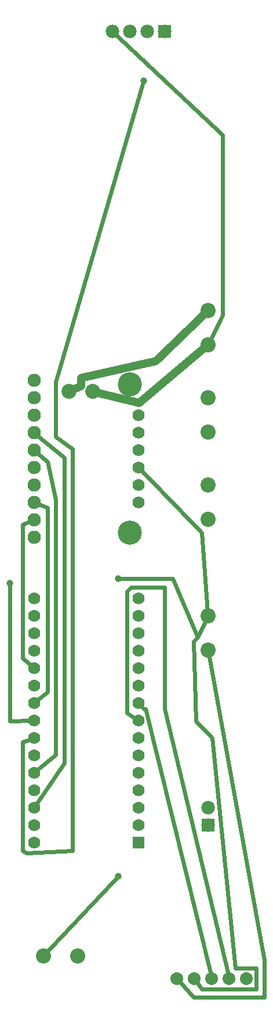
<source format=gbl>
G04 MADE WITH FRITZING*
G04 WWW.FRITZING.ORG*
G04 DOUBLE SIDED*
G04 HOLES PLATED*
G04 CONTOUR ON CENTER OF CONTOUR VECTOR*
%ASAXBY*%
%FSLAX23Y23*%
%MOIN*%
%OFA0B0*%
%SFA1.0B1.0*%
%ADD10C,0.070000*%
%ADD11C,0.138425*%
%ADD12C,0.086000*%
%ADD13C,0.076000*%
%ADD14C,0.073379*%
%ADD15C,0.078000*%
%ADD16C,0.087268*%
%ADD17C,0.087253*%
%ADD18C,0.039370*%
%ADD19R,0.069972X0.070000*%
%ADD20R,0.078000X0.078000*%
%ADD21C,0.024000*%
%ADD22C,0.048000*%
%LNCOPPER0*%
G90*
G70*
G54D10*
X799Y1248D03*
X799Y1348D03*
X799Y1448D03*
X799Y1548D03*
X799Y1648D03*
X799Y1748D03*
X799Y1848D03*
X799Y1948D03*
X799Y2048D03*
X799Y2148D03*
X799Y2248D03*
X799Y2348D03*
X799Y2448D03*
X799Y2548D03*
X799Y2648D03*
X199Y1248D03*
X199Y1348D03*
X199Y1448D03*
X199Y1548D03*
X199Y1648D03*
X199Y1748D03*
X199Y1848D03*
X199Y1948D03*
X199Y2048D03*
X199Y2148D03*
X199Y2248D03*
X199Y2348D03*
X199Y2448D03*
X199Y2548D03*
X199Y2648D03*
G54D11*
X749Y3873D03*
G54D12*
X398Y3833D03*
X536Y3833D03*
G54D13*
X199Y3898D03*
X199Y3798D03*
X199Y3698D03*
X199Y3598D03*
X199Y3498D03*
X199Y3398D03*
X199Y3298D03*
G54D11*
X749Y3023D03*
G54D13*
X199Y3198D03*
X199Y3098D03*
X199Y2998D03*
G54D10*
X799Y3198D03*
X799Y3298D03*
X799Y3398D03*
X799Y3498D03*
X799Y3598D03*
X799Y3698D03*
G54D14*
X1020Y468D03*
X1120Y468D03*
X1220Y468D03*
X1320Y468D03*
X1420Y468D03*
G54D15*
X1199Y1348D03*
X1199Y1448D03*
X949Y5898D03*
X849Y5898D03*
X749Y5898D03*
X649Y5898D03*
G54D16*
X1199Y2351D03*
G54D17*
X1199Y2548D03*
G54D16*
X1199Y4101D03*
G54D17*
X1199Y4298D03*
G54D16*
X1199Y3601D03*
G54D17*
X1199Y3798D03*
G54D16*
X1199Y3101D03*
G54D17*
X1199Y3298D03*
G54D16*
X252Y598D03*
G54D17*
X449Y598D03*
G54D18*
X684Y2759D03*
X684Y1055D03*
X60Y2735D03*
X828Y5615D03*
G54D19*
X799Y1248D03*
G54D20*
X1199Y1348D03*
X949Y5898D03*
G54D21*
X180Y3090D02*
X132Y3071D01*
X132Y3071D02*
X132Y2303D01*
X132Y2303D02*
X185Y2259D01*
G54D22*
D02*
X416Y3841D02*
X468Y3863D01*
X468Y3863D02*
X468Y3911D01*
X468Y3911D02*
X900Y4007D01*
X900Y4007D02*
X1183Y4282D01*
G54D21*
D02*
X213Y2059D02*
X276Y2111D01*
X276Y2111D02*
X276Y3167D01*
X276Y3167D02*
X217Y3190D01*
D02*
X1215Y489D02*
X840Y2015D01*
X840Y2015D02*
X828Y2015D01*
X828Y2015D02*
X811Y2034D01*
D02*
X1315Y489D02*
X948Y2015D01*
X948Y2015D02*
X948Y2711D01*
X948Y2711D02*
X756Y2711D01*
X756Y2711D02*
X732Y2687D01*
X732Y2687D02*
X732Y1991D01*
X732Y1991D02*
X784Y1958D01*
D02*
X1189Y2527D02*
X1140Y2423D01*
X1140Y2423D02*
X1116Y2399D01*
X1116Y2399D02*
X1128Y1943D01*
X1128Y1943D02*
X1224Y1847D01*
X1224Y1847D02*
X1356Y527D01*
X1356Y527D02*
X1476Y527D01*
X1476Y527D02*
X1476Y407D01*
X1476Y407D02*
X1164Y407D01*
X1164Y407D02*
X1133Y450D01*
D02*
X813Y3383D02*
X1164Y3023D01*
X1164Y3023D02*
X1197Y2570D01*
G54D22*
D02*
X1182Y4086D02*
X804Y3767D01*
X804Y3767D02*
X555Y3828D01*
G54D21*
D02*
X692Y2759D02*
X996Y2759D01*
X996Y2759D02*
X1140Y2423D01*
D02*
X663Y5885D02*
X1284Y5303D01*
X1284Y5303D02*
X1284Y4271D01*
X1284Y4271D02*
X1209Y4121D01*
D02*
X679Y1049D02*
X267Y614D01*
D02*
X1035Y452D02*
X1116Y359D01*
X1116Y359D02*
X1524Y359D01*
X1524Y359D02*
X1524Y575D01*
X1524Y575D02*
X1203Y2329D01*
D02*
X214Y3485D02*
X276Y3431D01*
X276Y3431D02*
X324Y3215D01*
X324Y3215D02*
X324Y1751D01*
X324Y1751D02*
X213Y1659D01*
D02*
X214Y3585D02*
X372Y3455D01*
X372Y3455D02*
X372Y1703D01*
X372Y1703D02*
X209Y1463D01*
D02*
X60Y2727D02*
X60Y1943D01*
X60Y1943D02*
X181Y1947D01*
D02*
X826Y5608D02*
X324Y3887D01*
X324Y3887D02*
X324Y3575D01*
X324Y3575D02*
X420Y3503D01*
X420Y3503D02*
X420Y1199D01*
X420Y1199D02*
X156Y1187D01*
X156Y1187D02*
X132Y1199D01*
X132Y1199D02*
X132Y1823D01*
X132Y1823D02*
X182Y1842D01*
G04 End of Copper0*
M02*
</source>
